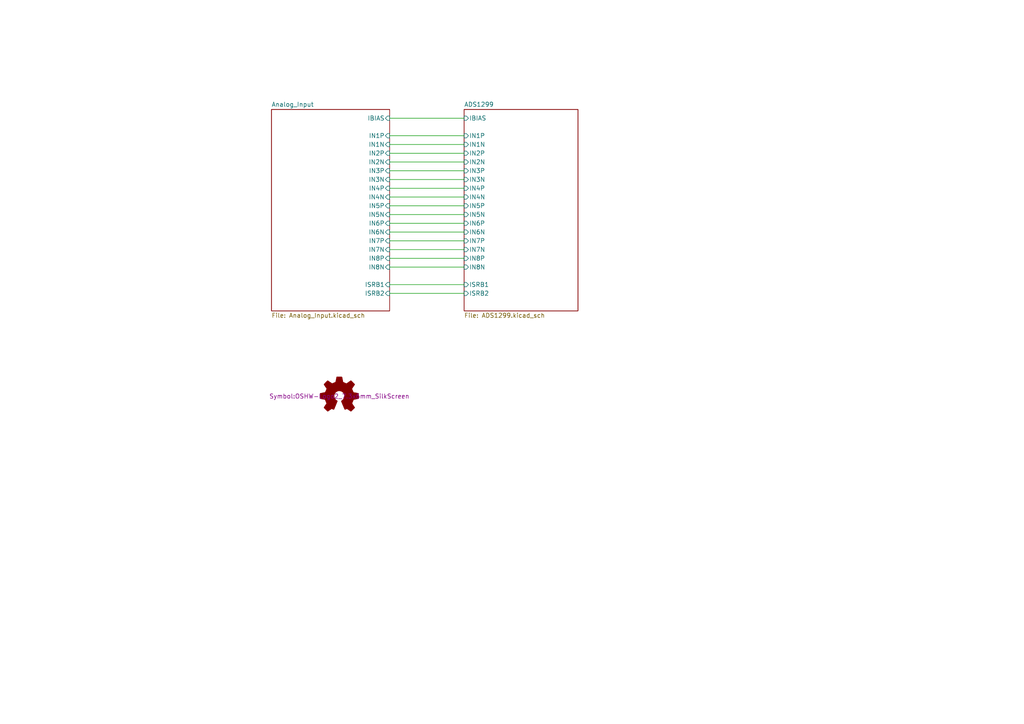
<source format=kicad_sch>
(kicad_sch (version 20230121) (generator eeschema)
  (paper "A4")
  (lib_symbols
    (symbol "Graphic:Logo_Open_Hardware_Small" (in_bom no) (on_board no)
      (symbol "Logo_Open_Hardware_Small_0_1"
        (polyline (pts (xy 3.3528 -4.3434) (xy 3.302 -4.318) (xy 3.175 -4.2418) (xy 2.9972 -4.1148) (xy 2.7686 -3.9624) (xy 2.54 -3.81) (xy 2.3622 -3.7084) (xy 2.2352 -3.6068) (xy 2.1844 -3.5814) (xy 2.159 -3.6068) (xy 2.0574 -3.6576) (xy 1.905 -3.7338) (xy 1.8034 -3.7846) (xy 1.6764 -3.8354) (xy 1.6002 -3.8354) (xy 1.6002 -3.8354) (xy 1.5494 -3.7338) (xy 1.4732 -3.5306) (xy 1.3462 -3.302) (xy 1.2446 -3.0226) (xy 1.1176 -2.7178) (xy 0.9652 -2.413) (xy 0.8636 -2.1082) (xy 0.7366 -1.8288) (xy 0.6604 -1.6256) (xy 0.6096 -1.4732) (xy 0.5842 -1.397) (xy 0.5842 -1.397) (xy 0.6604 -1.3208) (xy 0.7874 -1.2446) (xy 1.0414 -1.016) (xy 1.2954 -0.6858) (xy 1.4478 -0.3302) (xy 1.524 0.0762) (xy 1.4732 0.4572) (xy 1.3208 0.8128) (xy 1.0668 1.143) (xy 0.762 1.3716) (xy 0.4064 1.524) (xy 0 1.5748) (xy -0.381 1.5494) (xy -0.7366 1.397) (xy -1.0668 1.143) (xy -1.2192 0.9906) (xy -1.397 0.6604) (xy -1.524 0.3048) (xy -1.524 0.2286) (xy -1.4986 -0.1778) (xy -1.397 -0.5334) (xy -1.1938 -0.8636) (xy -0.9144 -1.143) (xy -0.8636 -1.1684) (xy -0.7366 -1.27) (xy -0.635 -1.3462) (xy -0.5842 -1.397) (xy -1.0668 -2.5908) (xy -1.143 -2.794) (xy -1.2954 -3.1242) (xy -1.397 -3.4036) (xy -1.4986 -3.6322) (xy -1.5748 -3.7846) (xy -1.6002 -3.8354) (xy -1.6002 -3.8354) (xy -1.651 -3.8354) (xy -1.7272 -3.81) (xy -1.905 -3.7338) (xy -2.0066 -3.683) (xy -2.1336 -3.6068) (xy -2.2098 -3.5814) (xy -2.2606 -3.6068) (xy -2.3622 -3.683) (xy -2.54 -3.81) (xy -2.7686 -3.9624) (xy -2.9718 -4.0894) (xy -3.1496 -4.2164) (xy -3.302 -4.318) (xy -3.3528 -4.3434) (xy -3.3782 -4.3434) (xy -3.429 -4.318) (xy -3.5306 -4.2164) (xy -3.7084 -4.064) (xy -3.937 -3.8354) (xy -3.9624 -3.81) (xy -4.1656 -3.6068) (xy -4.318 -3.4544) (xy -4.4196 -3.3274) (xy -4.445 -3.2766) (xy -4.445 -3.2766) (xy -4.4196 -3.2258) (xy -4.318 -3.0734) (xy -4.2164 -2.8956) (xy -4.064 -2.667) (xy -3.6576 -2.0828) (xy -3.8862 -1.5494) (xy -3.937 -1.3716) (xy -4.0386 -1.1684) (xy -4.0894 -1.0414) (xy -4.1148 -0.9652) (xy -4.191 -0.9398) (xy -4.318 -0.9144) (xy -4.5466 -0.8636) (xy -4.8006 -0.8128) (xy -5.0546 -0.7874) (xy -5.2578 -0.7366) (xy -5.4356 -0.7112) (xy -5.5118 -0.6858) (xy -5.5118 -0.6858) (xy -5.5372 -0.635) (xy -5.5372 -0.5588) (xy -5.5372 -0.4318) (xy -5.5626 -0.2286) (xy -5.5626 0.0762) (xy -5.5626 0.127) (xy -5.5372 0.4064) (xy -5.5372 0.635) (xy -5.5372 0.762) (xy -5.5372 0.8382) (xy -5.5372 0.8382) (xy -5.461 0.8382) (xy -5.3086 0.889) (xy -5.08 0.9144) (xy -4.826 0.9652) (xy -4.8006 0.9906) (xy -4.5466 1.0414) (xy -4.318 1.0668) (xy -4.1656 1.1176) (xy -4.0894 1.143) (xy -4.0894 1.143) (xy -4.0386 1.2446) (xy -3.9624 1.4224) (xy -3.8608 1.6256) (xy -3.7846 1.8288) (xy -3.7084 2.0066) (xy -3.6576 2.159) (xy -3.6322 2.2098) (xy -3.6322 2.2098) (xy -3.683 2.286) (xy -3.7592 2.413) (xy -3.8862 2.5908) (xy -4.064 2.8194) (xy -4.064 2.8448) (xy -4.2164 3.0734) (xy -4.3434 3.2512) (xy -4.4196 3.3782) (xy -4.445 3.4544) (xy -4.445 3.4544) (xy -4.3942 3.5052) (xy -4.2926 3.6322) (xy -4.1148 3.81) (xy -3.937 4.0132) (xy -3.8608 4.064) (xy -3.6576 4.2926) (xy -3.5052 4.4196) (xy -3.4036 4.4958) (xy -3.3528 4.5212) (xy -3.3528 4.5212) (xy -3.302 4.4704) (xy -3.1496 4.3688) (xy -2.9718 4.2418) (xy -2.7432 4.0894) (xy -2.7178 4.0894) (xy -2.4892 3.937) (xy -2.3114 3.81) (xy -2.1844 3.7084) (xy -2.1336 3.683) (xy -2.1082 3.683) (xy -2.032 3.7084) (xy -1.8542 3.7592) (xy -1.6764 3.8354) (xy -1.4732 3.937) (xy -1.27 4.0132) (xy -1.143 4.064) (xy -1.0668 4.1148) (xy -1.0668 4.1148) (xy -1.0414 4.191) (xy -1.016 4.3434) (xy -0.9652 4.572) (xy -0.9144 4.8514) (xy -0.889 4.9022) (xy -0.8382 5.1562) (xy -0.8128 5.3848) (xy -0.7874 5.5372) (xy -0.762 5.588) (xy -0.7112 5.6134) (xy -0.5842 5.6134) (xy -0.4064 5.6134) (xy -0.1524 5.6134) (xy 0.0762 5.6134) (xy 0.3302 5.6134) (xy 0.5334 5.6134) (xy 0.6858 5.588) (xy 0.7366 5.588) (xy 0.7366 5.588) (xy 0.762 5.5118) (xy 0.8128 5.334) (xy 0.8382 5.1054) (xy 0.9144 4.826) (xy 0.9144 4.7752) (xy 0.9652 4.5212) (xy 1.016 4.2926) (xy 1.0414 4.1402) (xy 1.0668 4.0894) (xy 1.0668 4.0894) (xy 1.1938 4.0386) (xy 1.3716 3.9624) (xy 1.5748 3.8608) (xy 2.0828 3.6576) (xy 2.7178 4.0894) (xy 2.7686 4.1402) (xy 2.9972 4.2926) (xy 3.175 4.4196) (xy 3.302 4.4958) (xy 3.3782 4.5212) (xy 3.3782 4.5212) (xy 3.429 4.4704) (xy 3.556 4.3434) (xy 3.7338 4.191) (xy 3.9116 3.9878) (xy 4.064 3.8354) (xy 4.2418 3.6576) (xy 4.3434 3.556) (xy 4.4196 3.4798) (xy 4.4196 3.429) (xy 4.4196 3.4036) (xy 4.3942 3.3274) (xy 4.2926 3.2004) (xy 4.1656 2.9972) (xy 4.0132 2.794) (xy 3.8862 2.5908) (xy 3.7592 2.3876) (xy 3.6576 2.2352) (xy 3.6322 2.159) (xy 3.6322 2.1336) (xy 3.683 2.0066) (xy 3.7592 1.8288) (xy 3.8608 1.6002) (xy 4.064 1.1176) (xy 4.3942 1.0414) (xy 4.5974 1.016) (xy 4.8768 0.9652) (xy 5.1308 0.9144) (xy 5.5372 0.8382) (xy 5.5626 -0.6604) (xy 5.4864 -0.6858) (xy 5.4356 -0.6858) (xy 5.2832 -0.7366) (xy 5.0546 -0.762) (xy 4.8006 -0.8128) (xy 4.5974 -0.8636) (xy 4.3688 -0.9144) (xy 4.2164 -0.9398) (xy 4.1402 -0.9398) (xy 4.1148 -0.9652) (xy 4.064 -1.0668) (xy 3.9878 -1.2446) (xy 3.9116 -1.4478) (xy 3.81 -1.651) (xy 3.7338 -1.8542) (xy 3.683 -2.0066) (xy 3.6576 -2.0828) (xy 3.683 -2.1336) (xy 3.7846 -2.2606) (xy 3.8862 -2.4638) (xy 4.0386 -2.667) (xy 4.191 -2.8956) (xy 4.318 -3.0734) (xy 4.3942 -3.2004) (xy 4.445 -3.2766) (xy 4.4196 -3.3274) (xy 4.3434 -3.429) (xy 4.1656 -3.5814) (xy 3.937 -3.8354) (xy 3.8862 -3.8608) (xy 3.683 -4.064) (xy 3.5306 -4.2164) (xy 3.4036 -4.318) (xy 3.3528 -4.3434)) (fill (type outline)))
      )
    )
  )
  (wire (pts (xy 113.03 72.39) (xy 134.62 72.39)))
  (wire (pts (xy 113.03 69.85) (xy 134.62 69.85)))
  (wire (pts (xy 113.03 34.29) (xy 134.62 34.29)))
  (wire (pts (xy 113.03 64.77) (xy 134.62 64.77)))
  (wire (pts (xy 134.62 85.09) (xy 113.03 85.09)))
  (wire (pts (xy 113.03 39.37) (xy 134.62 39.37)))
  (wire (pts (xy 113.03 46.99) (xy 134.62 46.99)))
  (wire (pts (xy 113.03 62.23) (xy 134.62 62.23)))
  (wire (pts (xy 113.03 41.91) (xy 134.62 41.91)))
  (wire (pts (xy 113.03 67.31) (xy 134.62 67.31)))
  (wire (pts (xy 113.03 74.93) (xy 134.62 74.93)))
  (wire (pts (xy 113.03 44.45) (xy 134.62 44.45)))
  (wire (pts (xy 113.03 59.69) (xy 134.62 59.69)))
  (wire (pts (xy 113.03 52.07) (xy 134.62 52.07)))
  (wire (pts (xy 113.03 82.55) (xy 134.62 82.55)))
  (wire (pts (xy 113.03 57.15) (xy 134.62 57.15)))
  (wire (pts (xy 113.03 77.47) (xy 134.62 77.47)))
  (wire (pts (xy 113.03 49.53) (xy 134.62 49.53)))
  (wire (pts (xy 113.03 54.61) (xy 134.62 54.61)))
  (symbol (lib_id "Graphic:Logo_Open_Hardware_Small") (at 98.425 114.935 0) (unit 1)
    (property "Reference" "LOGO1" (effects hide))
    (property "Value" "Logo_Open_Hardware_Small" (effects hide))
    (property "Footprint" "Symbol:OSHW-Logo2_7.3x6mm_SilkScreen" (at 98.425 114.935 0))
    (property "Sim.Enable" "0" (effects hide))
  )
  (sheet (at 78.74 31.75) (size 34.29 58.42)
    (property "Sheetname" "Analog_Input" (at 78.74 31.0384 0) (effects (justify left bottom)))
    (property "Sheetfile" "Analog_Input.kicad_sch" (at 78.74 90.7546 0) (effects (justify left top)))
    (pin "IN1P" input (at 113.03 39.37 0))
    (pin "IN1N" input (at 113.03 41.91 0))
    (pin "IN2P" input (at 113.03 44.45 0))
    (pin "IN3P" input (at 113.03 49.53 0))
    (pin "IN2N" input (at 113.03 46.99 0))
    (pin "IN3N" input (at 113.03 52.07 0))
    (pin "IN4N" input (at 113.03 57.15 0))
    (pin "IN5N" input (at 113.03 62.23 0))
    (pin "IN6N" input (at 113.03 67.31 0))
    (pin "IN7N" input (at 113.03 72.39 0))
    (pin "IN8N" input (at 113.03 77.47 0))
    (pin "IN4P" input (at 113.03 54.61 0))
    (pin "IN5P" input (at 113.03 59.69 0))
    (pin "IN6P" input (at 113.03 64.77 0))
    (pin "IN7P" input (at 113.03 69.85 0))
    (pin "IN8P" input (at 113.03 74.93 0))
    (pin "IBIAS" input (at 113.03 34.29 0))
    (pin "ISRB1" input (at 113.03 82.55 0))
    (pin "ISRB2" input (at 113.03 85.09 0))
  )
  (sheet (at 134.62 31.75) (size 33.02 58.42)
    (property "Sheetname" "ADS1299" (at 134.62 31.0384 0) (effects (justify left bottom)))
    (property "Sheetfile" "ADS1299.kicad_sch" (at 134.62 90.7546 0) (effects (justify left top)))
    (pin "IN1P" input (at 134.62 39.37 180))
    (pin "IN1N" input (at 134.62 41.91 180))
    (pin "IN2P" input (at 134.62 44.45 180))
    (pin "IN2N" input (at 134.62 46.99 180))
    (pin "IN3P" input (at 134.62 49.53 180))
    (pin "IN3N" input (at 134.62 52.07 180))
    (pin "IN4P" input (at 134.62 54.61 180))
    (pin "IN4N" input (at 134.62 57.15 180))
    (pin "IN5P" input (at 134.62 59.69 180))
    (pin "IN5N" input (at 134.62 62.23 180))
    (pin "IN6P" input (at 134.62 64.77 180))
    (pin "IN6N" input (at 134.62 67.31 180))
    (pin "IN7P" input (at 134.62 69.85 180))
    (pin "IN7N" input (at 134.62 72.39 180))
    (pin "IN8P" input (at 134.62 74.93 180))
    (pin "IN8N" input (at 134.62 77.47 180))
    (pin "IBIAS" input (at 134.62 34.29 180))
    (pin "ISRB1" input (at 134.62 82.55 180))
    (pin "ISRB2" input (at 134.62 85.09 180))
  )
)
</source>
